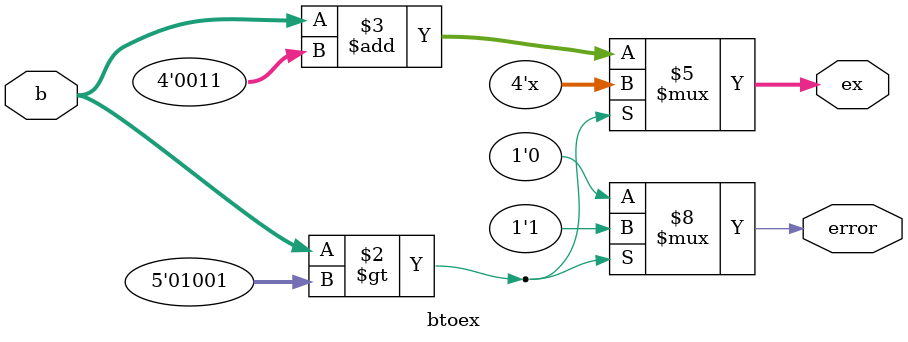
<source format=v>
`timescale 1ns / 1ps


module btoex(
    input [3:0]b,
    output reg [3:0]ex
    ,output reg error
    );
    always @(*)
    begin 
    if(b>5'd9)
    begin
    error=1;
    ex=4'bx;
    end
    else
    begin
    ex=b+4'd3;
    error=0;
    end
    end
endmodule 

</source>
